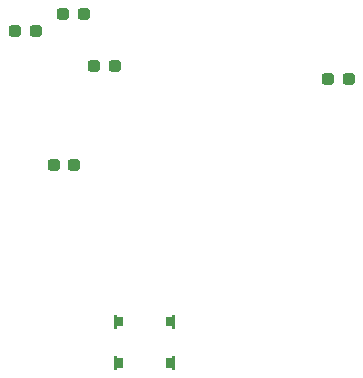
<source format=gbr>
%TF.GenerationSoftware,KiCad,Pcbnew,9.0.2*%
%TF.CreationDate,2025-08-08T14:56:36-04:00*%
%TF.ProjectId,Massachusetts,4d617373-6163-4687-9573-657474732e6b,0*%
%TF.SameCoordinates,Original*%
%TF.FileFunction,Paste,Top*%
%TF.FilePolarity,Positive*%
%FSLAX46Y46*%
G04 Gerber Fmt 4.6, Leading zero omitted, Abs format (unit mm)*
G04 Created by KiCad (PCBNEW 9.0.2) date 2025-08-08 14:56:36*
%MOMM*%
%LPD*%
G01*
G04 APERTURE LIST*
G04 Aperture macros list*
%AMRoundRect*
0 Rectangle with rounded corners*
0 $1 Rounding radius*
0 $2 $3 $4 $5 $6 $7 $8 $9 X,Y pos of 4 corners*
0 Add a 4 corners polygon primitive as box body*
4,1,4,$2,$3,$4,$5,$6,$7,$8,$9,$2,$3,0*
0 Add four circle primitives for the rounded corners*
1,1,$1+$1,$2,$3*
1,1,$1+$1,$4,$5*
1,1,$1+$1,$6,$7*
1,1,$1+$1,$8,$9*
0 Add four rect primitives between the rounded corners*
20,1,$1+$1,$2,$3,$4,$5,0*
20,1,$1+$1,$4,$5,$6,$7,0*
20,1,$1+$1,$6,$7,$8,$9,0*
20,1,$1+$1,$8,$9,$2,$3,0*%
G04 Aperture macros list end*
%ADD10C,0.010000*%
%ADD11RoundRect,0.237500X-0.287500X-0.237500X0.287500X-0.237500X0.287500X0.237500X-0.287500X0.237500X0*%
%ADD12RoundRect,0.237500X0.287500X0.237500X-0.287500X0.237500X-0.287500X-0.237500X0.287500X-0.237500X0*%
G04 APERTURE END LIST*
D10*
%TO.C,S1*%
X145005000Y-132850000D02*
X144805000Y-132850000D01*
X144805000Y-132650000D01*
X144305000Y-132650000D01*
X144305000Y-131950000D01*
X144805000Y-131950000D01*
X144805000Y-131750000D01*
X145005000Y-131750000D01*
X145005000Y-132850000D01*
G36*
X145005000Y-132850000D02*
G01*
X144805000Y-132850000D01*
X144805000Y-132650000D01*
X144305000Y-132650000D01*
X144305000Y-131950000D01*
X144805000Y-131950000D01*
X144805000Y-131750000D01*
X145005000Y-131750000D01*
X145005000Y-132850000D01*
G37*
X140055000Y-131950000D02*
X140555000Y-131950000D01*
X140555000Y-132650000D01*
X140055000Y-132650000D01*
X140055000Y-132850000D01*
X139855000Y-132850000D01*
X139855000Y-131750000D01*
X140055000Y-131750000D01*
X140055000Y-131950000D01*
G36*
X140055000Y-131950000D02*
G01*
X140555000Y-131950000D01*
X140555000Y-132650000D01*
X140055000Y-132650000D01*
X140055000Y-132850000D01*
X139855000Y-132850000D01*
X139855000Y-131750000D01*
X140055000Y-131750000D01*
X140055000Y-131950000D01*
G37*
X140055000Y-128450000D02*
X140555000Y-128450000D01*
X140555000Y-129150000D01*
X140055000Y-129150000D01*
X140055000Y-129350000D01*
X139855000Y-129350000D01*
X139855000Y-128250000D01*
X140055000Y-128250000D01*
X140055000Y-128450000D01*
G36*
X140055000Y-128450000D02*
G01*
X140555000Y-128450000D01*
X140555000Y-129150000D01*
X140055000Y-129150000D01*
X140055000Y-129350000D01*
X139855000Y-129350000D01*
X139855000Y-128250000D01*
X140055000Y-128250000D01*
X140055000Y-128450000D01*
G37*
X145005000Y-129350000D02*
X144805000Y-129350000D01*
X144805000Y-129150000D01*
X144305000Y-129150000D01*
X144305000Y-128450000D01*
X144805000Y-128450000D01*
X144805000Y-128250000D01*
X145005000Y-128250000D01*
X145005000Y-129350000D01*
G36*
X145005000Y-129350000D02*
G01*
X144805000Y-129350000D01*
X144805000Y-129150000D01*
X144305000Y-129150000D01*
X144305000Y-128450000D01*
X144805000Y-128450000D01*
X144805000Y-128250000D01*
X145005000Y-128250000D01*
X145005000Y-129350000D01*
G37*
%TD*%
D11*
%TO.C,D4*%
X158000000Y-108300000D03*
X159750000Y-108300000D03*
%TD*%
%TO.C,D1*%
X131501126Y-104200000D03*
X133251126Y-104200000D03*
%TD*%
D12*
%TO.C,D5*%
X136550000Y-115600000D03*
X134800000Y-115600000D03*
%TD*%
D11*
%TO.C,D2*%
X135600000Y-102800000D03*
X137350000Y-102800000D03*
%TD*%
%TO.C,D3*%
X138200000Y-107200000D03*
X139950000Y-107200000D03*
%TD*%
M02*

</source>
